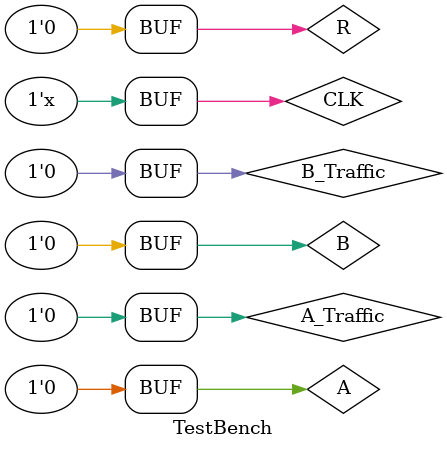
<source format=v>
module TestBench;
  reg A, B, R, CLK, A_Traffic, B_Traffic;
  wire A_Light, B_Light;
  wire [3:0] nOut11, nOut12, nOut21, nOut22;
  
  Main main(CLK, A_Traffic, B_Traffic, A, B, R, A_Light, B_Light, {nOut11, nOut12}, {nOut21, nOut22});
  
  initial
    begin
      #1 
      A = 0;
      B = 0;
      R = 1;
      A_Traffic = 0;
      B_Traffic = 0;
      #1050
     
      R = 0;
      
      #5000
      
      A_Traffic = 1;
      
      #2000
      A_Traffic = 0;
      
      #90000
      B_Traffic = 1;
      
      #11000
      B_Traffic = 0;
      
      #2000
      A = 1;
      #1010
      A = 0;
      #9000
      R = 1;
      #1010
      R = 0;
      #2000
      B = 1;
      #1010
      B = 0;
      #10000
      R = 1;
      #1010
      R = 0;      
      
       
      
      
    end
    
  initial CLK = 0;
  always #500 CLK = ~CLK;
  
  
endmodule  

</source>
